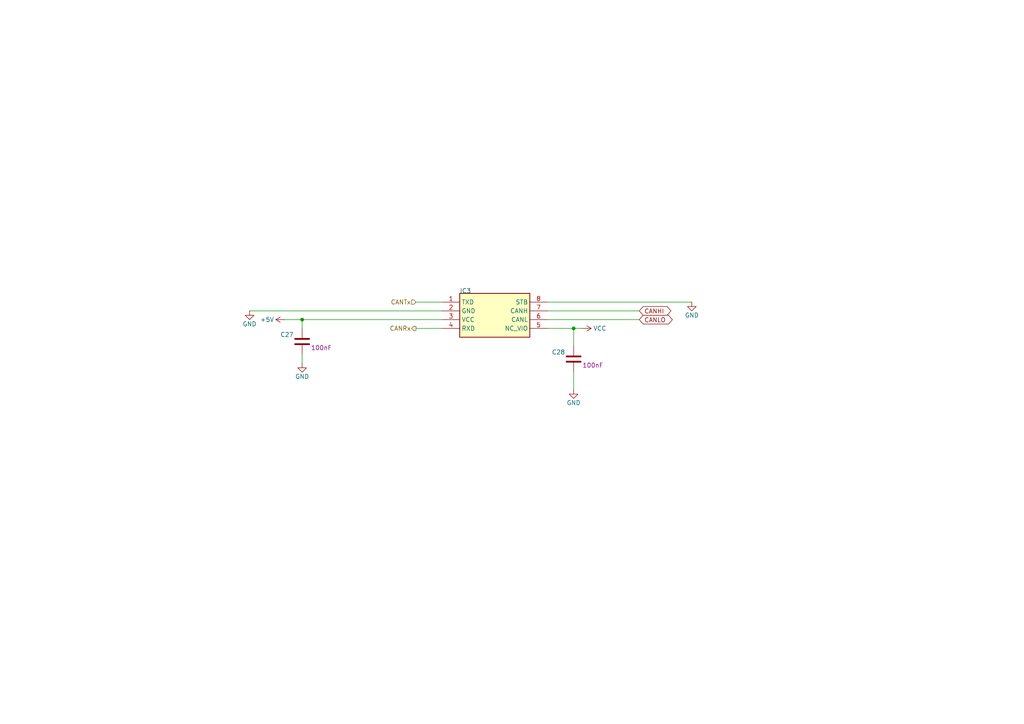
<source format=kicad_sch>
(kicad_sch (version 20231120) (generator "eeschema") (generator_version "8.0")
  (paper "A4")
  (title_block (title "CAN for Power Node") (rev "1"))
  (lib_symbols
    (symbol "Device:C" (pin_numbers hide) (pin_names (offset 0.254))
      (property "Reference" "C" (at 0.635 2.54 0))
      (property "Value" "C" (at 0.635 -2.54 0))
      (symbol "C_0_1"
        (polyline (pts (xy -2.032 -0.762) (xy 2.032 -0.762)) (stroke (width 0.508)))
        (polyline (pts (xy -2.032 0.762) (xy 2.032 0.762)) (stroke (width 0.508)))
      )
      (symbol "C_1_1"
        (pin passive line (at 0 3.81 270) (length 2.794) (name "~") (number "1"))
        (pin passive line (at 0 -3.81 90) (length 2.794) (name "~") (number "2"))
      )
    )
    (symbol "Untitled-altium-import:root_0_TCAN1462VDRQ1"
      (symbol "root_0_TCAN1462VDRQ1_1_0"
        (rectangle (start 25.4 2.54) (end 5.08 -10.16) (stroke (width 0.254)) (fill (type background)))
        (pin passive line (at 0 0 0) (length 5.08) (name "TXD") (number "1"))
        (pin passive line (at 0 -2.54 0) (length 5.08) (name "GND") (number "2"))
        (pin passive line (at 0 -5.08 0) (length 5.08) (name "VCC") (number "3"))
        (pin passive line (at 0 -7.62 0) (length 5.08) (name "RXD") (number "4"))
        (pin passive line (at 30.48 -7.62 180) (length 5.08) (name "NC_VIO") (number "5"))
        (pin passive line (at 30.48 -5.08 180) (length 5.08) (name "CANL") (number "6"))
        (pin passive line (at 30.48 -2.54 180) (length 5.08) (name "CANH") (number "7"))
        (pin passive line (at 30.48 0 180) (length 5.08) (name "STB") (number "8"))
      )
    )
    (symbol "power:+5V" (power) (pin_numbers hide) (pin_names (offset 0) hide)
      (property "Value" "+5V" (at 0 3.556 0))
      (symbol "+5V_0_1"
        (polyline (pts (xy -0.762 1.27) (xy 0 2.54)))
        (polyline (pts (xy 0 0) (xy 0 2.54)))
        (polyline (pts (xy 0 2.54) (xy 0.762 1.27)))
      )
      (symbol "+5V_1_1"
        (pin power_in line (at 0 0 90) (length 0) (name "~") (number "1"))
      )
    )
    (symbol "power:GND" (power) (pin_numbers hide) (pin_names (offset 0) hide)
      (property "Value" "GND" (at 0 -3.81 0))
      (symbol "GND_0_1"
        (polyline (pts (xy 0 0) (xy 0 -1.27) (xy 1.27 -1.27) (xy 0 -2.54) (xy -1.27 -1.27) (xy 0 -1.27)))
      )
      (symbol "GND_1_1"
        (pin power_in line (at 0 0 270) (length 0) (name "~") (number "1"))
      )
    )
    (symbol "power:VCC" (power) (pin_numbers hide) (pin_names (offset 0) hide)
      (property "Value" "VCC" (at 0 3.556 0))
      (symbol "VCC_0_1"
        (polyline (pts (xy -0.762 1.27) (xy 0 2.54)))
        (polyline (pts (xy 0 0) (xy 0 2.54)))
        (polyline (pts (xy 0 2.54) (xy 0.762 1.27)))
      )
      (symbol "VCC_1_1"
        (pin power_in line (at 0 0 90) (length 0) (name "~") (number "1"))
      )
    )
  )
  (junction (at 87.63 92.71))
  (junction (at 166.37 95.25))
  (wire (pts (xy 158.75 87.63) (xy 200.66 87.63)))
  (wire (pts (xy 128.27 90.17) (xy 72.39 90.17)))
  (wire (pts (xy 87.63 95.25) (xy 87.63 92.71)))
  (wire (pts (xy 168.91 95.25) (xy 166.37 95.25)))
  (wire (pts (xy 128.27 95.25) (xy 120.65 95.25)))
  (wire (pts (xy 87.63 92.71) (xy 82.55 92.71)))
  (wire (pts (xy 158.75 90.17) (xy 185.42 90.17)))
  (wire (pts (xy 166.37 100.33) (xy 166.37 95.25)))
  (wire (pts (xy 158.75 92.71) (xy 185.42 92.71)))
  (wire (pts (xy 128.27 87.63) (xy 120.65 87.63)))
  (wire (pts (xy 166.37 113.03) (xy 166.37 107.95)))
  (wire (pts (xy 87.63 92.71) (xy 128.27 92.71)))
  (wire (pts (xy 87.63 102.87) (xy 87.63 105.41)))
  (wire (pts (xy 166.37 95.25) (xy 158.75 95.25)))
  (global_label "CANLO" (shape bidirectional) (at 185.42 92.71 0) (property "Intersheetrefs" "${INTERSHEET_REFS}" (effects (hide yes))))
  (global_label "CANHI" (shape bidirectional) (at 185.42 90.17 0) (property "Intersheetrefs" "${INTERSHEET_REFS}" (effects (hide yes))))
  (hierarchical_label "CANTx" (shape input) (at 120.65 87.63 180))
  (hierarchical_label "CANRx" (shape output) (at 120.65 95.25 180))
  (symbol (lib_id "Device:C") (at 166.37 104.14 0) (unit 1)
    (property "Reference" "C28" (at 160.02 102.87 0) (effects (justify left bottom)))
    (property "Value" "100nF" (effects (hide yes)))
    (property "Footprint" "Capacitor_SMD:C_0805_2012Metric_Pad1.18x1.45mm_HandSolder" (effects (hide yes)))
    (property "Description" "08055C104KAT4A" (effects (hide yes)))
    (property "HEIGHT" "0.94mm" (effects (hide yes)))
    (property "ALTIUM_VALUE" "100nF" (at 168.91 106.68 0) (effects (justify left bottom)))
    (property "CAPACITOR TYPE" "Ceramic" (effects (hide yes)))
    (property "CASE/PACKAGE" "0805" (effects (hide yes)))
    (property "DIELECTRIC MATERIAL" "Ceramic" (effects (hide yes)))
    (property "JESD-609 CODE" "e3" (effects (hide yes)))
    (property "LENGTH" "2.01mm" (effects (hide yes)))
    (property "MAX OPERATING TEMPERATURE" "125°C" (effects (hide yes)))
    (property "MIN OPERATING TEMPERATURE" "-55°C" (effects (hide yes)))
    (property "MOUNTING TECHNOLOGY" "Surface Mount" (effects (hide yes)))
    (property "MULTILAYER" "Yes" (effects (hide yes)))
    (property "PACKAGE SHAPE" "Rectangular" (effects (hide yes)))
    (property "PACKAGE STYLE" "SMTMeter" (effects (hide yes)))
    (property "PACKAGING" "Tape and Reel" (effects (hide yes)))
    (property "PINS" "2" (effects (hide yes)))
    (property "RATED DC VOLTAGE (URDC)" "50V" (effects (hide yes)))
    (property "REACH SVHC COMPLIANT" "Yes" (effects (hide yes)))
    (property "ROHS COMPLIANT" "Yes" (effects (hide yes)))
    (property "TEMPERATURE CHARACTERISTICS CODE" "X7R" (effects (hide yes)))
    (property "TERMINAL FINISH" "Nickel" (effects (hide yes)))
    (property "TERMINATION" "Wraparound" (effects (hide yes)))
    (property "TOLERANCE  (FILL IN AS +-)" "10%" (effects (hide yes)))
    (property "TOLERANCE (FILL IN AS +-)" "10%" (effects (hide yes)))
    (property "WIDTH" "1.25mm" (effects (hide yes)))
  )
  (symbol (lib_id "Device:C") (at 87.63 99.06 0) (unit 1)
    (property "Reference" "C27" (at 81.28 97.79 0) (effects (justify left bottom)))
    (property "Value" "100nF" (effects (hide yes)))
    (property "Footprint" "Capacitor_SMD:C_0805_2012Metric_Pad1.18x1.45mm_HandSolder" (effects (hide yes)))
    (property "Description" "08055C104KAT4A" (effects (hide yes)))
    (property "HEIGHT" "0.94mm" (effects (hide yes)))
    (property "ALTIUM_VALUE" "100nF" (at 90.17 101.6 0) (effects (justify left bottom)))
    (property "CAPACITOR TYPE" "Ceramic" (effects (hide yes)))
    (property "CASE/PACKAGE" "0805" (effects (hide yes)))
    (property "DIELECTRIC MATERIAL" "Ceramic" (effects (hide yes)))
    (property "JESD-609 CODE" "e3" (effects (hide yes)))
    (property "LENGTH" "2.01mm" (effects (hide yes)))
    (property "MAX OPERATING TEMPERATURE" "125°C" (effects (hide yes)))
    (property "MIN OPERATING TEMPERATURE" "-55°C" (effects (hide yes)))
    (property "MOUNTING TECHNOLOGY" "Surface Mount" (effects (hide yes)))
    (property "MULTILAYER" "Yes" (effects (hide yes)))
    (property "PACKAGE SHAPE" "Rectangular" (effects (hide yes)))
    (property "PACKAGE STYLE" "SMTMeter" (effects (hide yes)))
    (property "PACKAGING" "Tape and Reel" (effects (hide yes)))
    (property "PINS" "2" (effects (hide yes)))
    (property "RATED DC VOLTAGE (URDC)" "50V" (effects (hide yes)))
    (property "REACH SVHC COMPLIANT" "Yes" (effects (hide yes)))
    (property "ROHS COMPLIANT" "Yes" (effects (hide yes)))
    (property "TEMPERATURE CHARACTERISTICS CODE" "X7R" (effects (hide yes)))
    (property "TERMINAL FINISH" "Nickel" (effects (hide yes)))
    (property "TERMINATION" "Wraparound" (effects (hide yes)))
    (property "TOLERANCE  (FILL IN AS +-)" "10%" (effects (hide yes)))
    (property "TOLERANCE (FILL IN AS +-)" "10%" (effects (hide yes)))
    (property "WIDTH" "1.25mm" (effects (hide yes)))
  )
  (symbol (lib_id "power:GND") (at 200.66 87.63 0) (unit 1)
    (property "Reference" "#PWR0151" (effects (hide yes)))
    (property "Value" "GND" (at 200.66 91.44 0))
    (property "Description" "Power symbol creates a global label with name \"GND\" , ground" (effects (hide yes)))
  )
  (symbol (lib_id "power:GND") (at 87.63 105.41 0) (unit 1)
    (property "Reference" "#PWR0154" (effects (hide yes)))
    (property "Value" "GND" (at 87.63 109.22 0))
    (property "Description" "Power symbol creates a global label with name \"GND\" , ground" (effects (hide yes)))
  )
  (symbol (lib_id "power:GND") (at 72.39 90.17 0) (unit 1)
    (property "Reference" "#PWR0152" (effects (hide yes)))
    (property "Value" "GND" (at 72.39 93.98 0))
    (property "Description" "Power symbol creates a global label with name \"GND\" , ground" (effects (hide yes)))
  )
  (symbol (lib_id "power:GND") (at 166.37 113.03 0) (unit 1)
    (property "Reference" "#PWR0153" (effects (hide yes)))
    (property "Value" "GND" (at 166.37 116.84 0))
    (property "Description" "Power symbol creates a global label with name \"GND\" , ground" (effects (hide yes)))
  )
  (symbol (lib_id "Untitled-altium-import:root_0_TCAN1462VDRQ1") (at 128.27 87.63 0) (unit 1)
    (property "Reference" "IC3" (at 133.35 85.09 0) (effects (justify left bottom)))
    (property "Value" "TCAN1462VDRQ1" (effects (hide yes)))
    (property "Footprint" "SamacSys.PcbLib:SOIC127P600X175-8N" (effects (hide yes)))
    (property "DATASHEET LINK" "https://www.ti.com/general/docs/suppproductinfo.tsp?distId=26&gotoUrl=https://www.ti.com/lit/gpn/tcan1462-q1" (effects (hide yes)))
    (property "HEIGHT" "1.75mm" (effects (hide yes)))
    (property "MANUFACTURER_NAME" "Texas Instruments" (effects (hide yes)))
    (property "MANUFACTURER_PART_NUMBER" "TCAN1462VDRQ1" (effects (hide yes)))
    (property "MOUSER PART NUMBER" "595-TCAN1462VDRQ1" (effects (hide yes)))
    (property "MOUSER PRICE/STOCK" "https://www.mouser.co.uk/ProductDetail/Texas-Instruments/TCAN1462VDRQ1?qs=rQFj71Wb1eU28cwJFt9kYg%3D%3D" (effects (hide yes)))
  )
  (symbol (lib_id "power:VCC") (at 168.91 95.25 270) (unit 1)
    (property "Reference" "#PWR0219" (effects (hide yes)))
    (property "Value" "VCC" (at 173.99 95.25 90))
    (property "Description" "Power symbol creates a global label with name \"VCC\"" (effects (hide yes)))
  )
  (symbol (lib_id "power:+5V") (at 82.55 92.71 90) (unit 1)
    (property "Reference" "#PWR0212" (effects (hide yes)))
    (property "Value" "+5V" (at 77.47 92.71 90))
    (property "Description" "Power symbol creates a global label with name \"+5V\"" (effects (hide yes)))
  )
)
</source>
